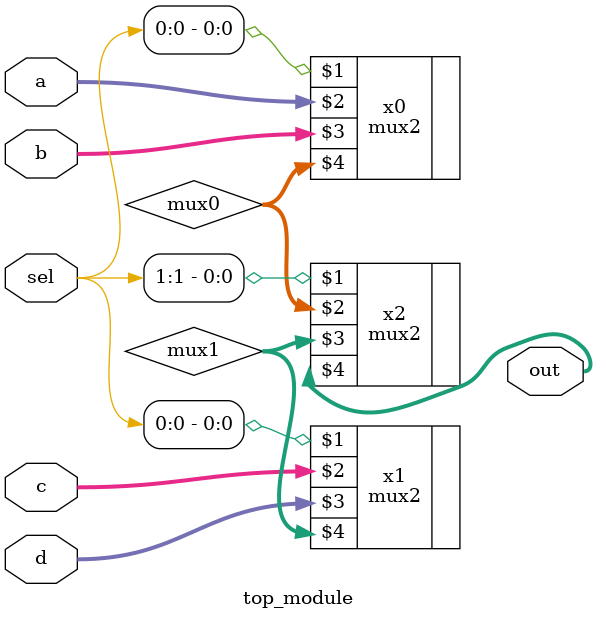
<source format=v>
module top_module (
    input [1:0] sel,
    input [7:0] a,
    input [7:0] b,
    input [7:0] c,
    input [7:0] d,
    output [7:0] out  ); //

    wire [7 : 0] mux0; 
    wire [7 : 0] mux1;
    
    mux2 x0 ( sel[0],    a,    b, mux0 );
    mux2 x1 ( sel[0],    c,    d, mux1 );
    mux2 x2 ( sel[1], mux0, mux1,  out );
    

endmodule

</source>
